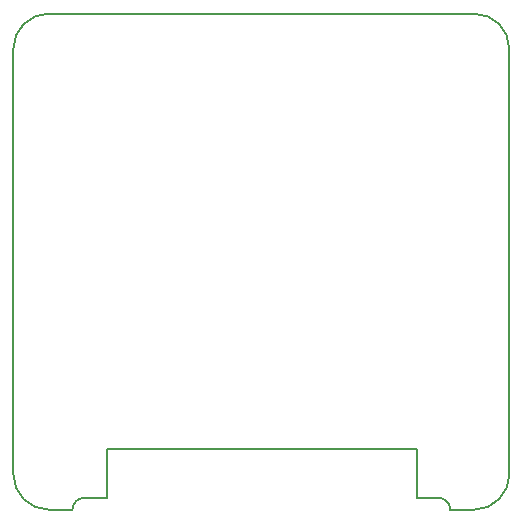
<source format=gbr>
G04 #@! TF.GenerationSoftware,KiCad,Pcbnew,(5.1.6)-1*
G04 #@! TF.CreationDate,2020-11-06T20:31:42+01:00*
G04 #@! TF.ProjectId,DynOSSAT-EDU-HeaderAdapter,44796e4f-5353-4415-942d-4544552d4865,rev?*
G04 #@! TF.SameCoordinates,Original*
G04 #@! TF.FileFunction,Profile,NP*
%FSLAX46Y46*%
G04 Gerber Fmt 4.6, Leading zero omitted, Abs format (unit mm)*
G04 Created by KiCad (PCBNEW (5.1.6)-1) date 2020-11-06 20:31:42*
%MOMM*%
%LPD*%
G01*
G04 APERTURE LIST*
G04 #@! TA.AperFunction,Profile*
%ADD10C,0.150000*%
G04 #@! TD*
G04 APERTURE END LIST*
D10*
X122275600Y-118727600D02*
X148564600Y-118727600D01*
X122275600Y-118727600D02*
X122275600Y-122834400D01*
X122275600Y-122834400D02*
X120346255Y-122836002D01*
X148564600Y-118727600D02*
X148564600Y-122834400D01*
X150348000Y-122836000D02*
X148564600Y-122836000D01*
X114348000Y-84836000D02*
X114348000Y-120836000D01*
X117348000Y-123836000D02*
X119348000Y-123836000D01*
X117342764Y-81836005D02*
G75*
G03*
X114348000Y-84836000I5236J-2999995D01*
G01*
X151348000Y-123836000D02*
G75*
G03*
X150348000Y-122836000I-1000000J0D01*
G01*
X114348000Y-120836000D02*
G75*
G03*
X117348000Y-123836000I3000000J0D01*
G01*
X156348000Y-84836000D02*
G75*
G03*
X153348000Y-81836000I-3000000J0D01*
G01*
X117342764Y-81836005D02*
X153348000Y-81836000D01*
X153348000Y-123836000D02*
X151348000Y-123836000D01*
X153348000Y-123836000D02*
G75*
G03*
X156348000Y-120836000I0J3000000D01*
G01*
X156348000Y-84836000D02*
X156348000Y-120836000D01*
X120346255Y-122836002D02*
G75*
G03*
X119348000Y-123836000I1745J-999998D01*
G01*
M02*

</source>
